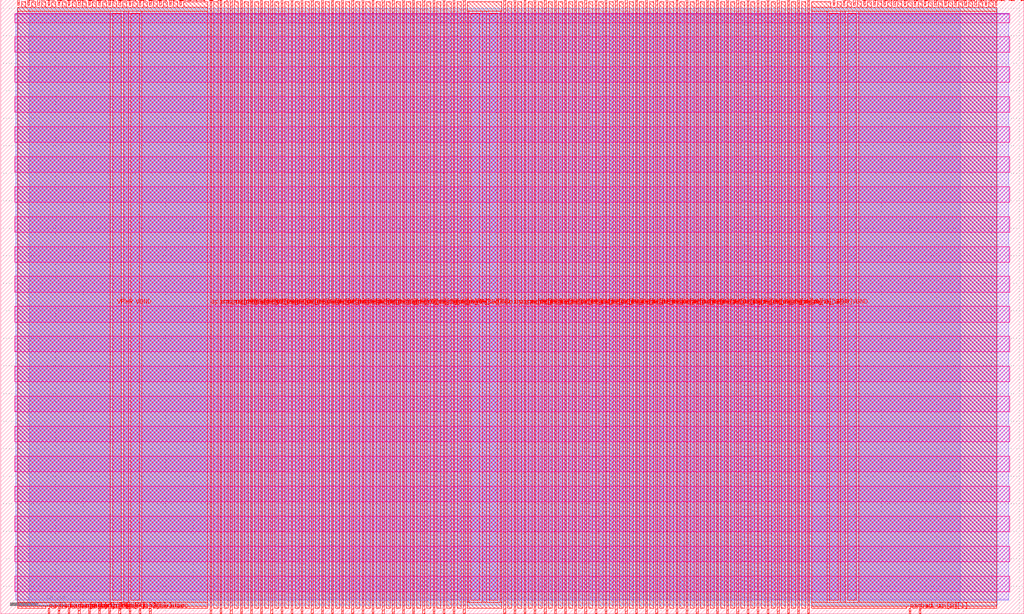
<source format=lef>
VERSION 5.7 ;
  NOWIREEXTENSIONATPIN ON ;
  DIVIDERCHAR "/" ;
  BUSBITCHARS "[]" ;
MACRO tt_ctrl
  CLASS BLOCK ;
  FOREIGN tt_ctrl ;
  ORIGIN 0.000 0.000 ;
  SIZE 185.840 BY 111.520 ;
  PIN VGND
    DIRECTION INOUT ;
    USE GROUND ;
    PORT
      LAYER met4 ;
        RECT 23.610 2.480 25.210 109.040 ;
    END
    PORT
      LAYER met4 ;
        RECT 88.710 2.480 90.310 109.040 ;
    END
    PORT
      LAYER met4 ;
        RECT 153.810 2.480 155.410 109.040 ;
    END
  END VGND
  PIN VPWR
    DIRECTION INOUT ;
    USE POWER ;
    PORT
      LAYER met4 ;
        RECT 20.310 2.480 21.910 109.040 ;
    END
    PORT
      LAYER met4 ;
        RECT 85.410 2.480 87.010 109.040 ;
    END
    PORT
      LAYER met4 ;
        RECT 150.510 2.480 152.110 109.040 ;
    END
  END VPWR
  PIN ctrl_ena
    DIRECTION INPUT ;
    USE SIGNAL ;
    ANTENNAGATEAREA 0.742500 ;
    PORT
      LAYER met4 ;
        RECT 26.990 0.000 27.290 1.000 ;
    END
  END ctrl_ena
  PIN ctrl_sel_inc
    DIRECTION INPUT ;
    USE SIGNAL ;
    ANTENNAGATEAREA 0.159000 ;
    PORT
      LAYER met4 ;
        RECT 25.150 0.000 25.450 1.000 ;
    END
  END ctrl_sel_inc
  PIN ctrl_sel_rst_n
    DIRECTION INPUT ;
    USE SIGNAL ;
    ANTENNAGATEAREA 0.159000 ;
    PORT
      LAYER met4 ;
        RECT 23.310 0.000 23.610 1.000 ;
    END
  END ctrl_sel_rst_n
  PIN k_one
    DIRECTION OUTPUT TRISTATE ;
    USE SIGNAL ;
    PORT
      LAYER met4 ;
        RECT 19.630 0.000 19.930 1.000 ;
    END
  END k_one
  PIN k_zero
    DIRECTION OUTPUT TRISTATE ;
    USE SIGNAL ;
    PORT
      LAYER met4 ;
        RECT 21.470 0.000 21.770 1.000 ;
    END
  END k_zero
  PIN pad_ui_in[0]
    DIRECTION INPUT ;
    USE SIGNAL ;
    ANTENNAGATEAREA 0.742500 ;
    PORT
      LAYER met4 ;
        RECT 164.990 0.000 165.290 1.000 ;
    END
  END pad_ui_in[0]
  PIN pad_ui_in[1]
    DIRECTION INPUT ;
    USE SIGNAL ;
    ANTENNAGATEAREA 0.742500 ;
    PORT
      LAYER met4 ;
        RECT 166.830 0.000 167.130 1.000 ;
    END
  END pad_ui_in[1]
  PIN pad_ui_in[2]
    DIRECTION INPUT ;
    USE SIGNAL ;
    ANTENNAGATEAREA 0.742500 ;
    PORT
      LAYER met4 ;
        RECT 180.630 110.520 180.930 111.520 ;
    END
  END pad_ui_in[2]
  PIN pad_ui_in[3]
    DIRECTION INPUT ;
    USE SIGNAL ;
    ANTENNAGATEAREA 0.742500 ;
    PORT
      LAYER met4 ;
        RECT 178.790 110.520 179.090 111.520 ;
    END
  END pad_ui_in[3]
  PIN pad_ui_in[4]
    DIRECTION INPUT ;
    USE SIGNAL ;
    ANTENNAGATEAREA 0.742500 ;
    PORT
      LAYER met4 ;
        RECT 176.950 110.520 177.250 111.520 ;
    END
  END pad_ui_in[4]
  PIN pad_ui_in[5]
    DIRECTION INPUT ;
    USE SIGNAL ;
    ANTENNAGATEAREA 0.742500 ;
    PORT
      LAYER met4 ;
        RECT 175.110 110.520 175.410 111.520 ;
    END
  END pad_ui_in[5]
  PIN pad_ui_in[6]
    DIRECTION INPUT ;
    USE SIGNAL ;
    ANTENNAGATEAREA 0.742500 ;
    PORT
      LAYER met4 ;
        RECT 173.270 110.520 173.570 111.520 ;
    END
  END pad_ui_in[6]
  PIN pad_ui_in[7]
    DIRECTION INPUT ;
    USE SIGNAL ;
    ANTENNAGATEAREA 0.742500 ;
    PORT
      LAYER met4 ;
        RECT 171.430 110.520 171.730 111.520 ;
    END
  END pad_ui_in[7]
  PIN pad_ui_in[8]
    DIRECTION INPUT ;
    USE SIGNAL ;
    ANTENNAGATEAREA 0.742500 ;
    PORT
      LAYER met4 ;
        RECT 169.590 110.520 169.890 111.520 ;
    END
  END pad_ui_in[8]
  PIN pad_ui_in[9]
    DIRECTION INPUT ;
    USE SIGNAL ;
    ANTENNAGATEAREA 0.742500 ;
    PORT
      LAYER met4 ;
        RECT 167.750 110.520 168.050 111.520 ;
    END
  END pad_ui_in[9]
  PIN pad_uio_in[0]
    DIRECTION INPUT ;
    USE SIGNAL ;
    ANTENNAGATEAREA 0.742500 ;
    PORT
      LAYER met4 ;
        RECT 30.670 110.520 30.970 111.520 ;
    END
  END pad_uio_in[0]
  PIN pad_uio_in[1]
    DIRECTION INPUT ;
    USE SIGNAL ;
    ANTENNAGATEAREA 0.742500 ;
    PORT
      LAYER met4 ;
        RECT 25.150 110.520 25.450 111.520 ;
    END
  END pad_uio_in[1]
  PIN pad_uio_in[2]
    DIRECTION INPUT ;
    USE SIGNAL ;
    ANTENNAGATEAREA 0.742500 ;
    PORT
      LAYER met4 ;
        RECT 19.630 110.520 19.930 111.520 ;
    END
  END pad_uio_in[2]
  PIN pad_uio_in[3]
    DIRECTION INPUT ;
    USE SIGNAL ;
    ANTENNAGATEAREA 0.742500 ;
    PORT
      LAYER met4 ;
        RECT 14.110 110.520 14.410 111.520 ;
    END
  END pad_uio_in[3]
  PIN pad_uio_in[4]
    DIRECTION INPUT ;
    USE SIGNAL ;
    ANTENNAGATEAREA 0.742500 ;
    PORT
      LAYER met4 ;
        RECT 8.590 110.520 8.890 111.520 ;
    END
  END pad_uio_in[4]
  PIN pad_uio_in[5]
    DIRECTION INPUT ;
    USE SIGNAL ;
    ANTENNAGATEAREA 0.742500 ;
    PORT
      LAYER met4 ;
        RECT 3.070 110.520 3.370 111.520 ;
    END
  END pad_uio_in[5]
  PIN pad_uio_in[6]
    DIRECTION INPUT ;
    USE SIGNAL ;
    ANTENNAGATEAREA 0.742500 ;
    PORT
      LAYER met4 ;
        RECT 8.590 0.000 8.890 1.000 ;
    END
  END pad_uio_in[6]
  PIN pad_uio_in[7]
    DIRECTION INPUT ;
    USE SIGNAL ;
    ANTENNAGATEAREA 0.742500 ;
    PORT
      LAYER met4 ;
        RECT 14.110 0.000 14.410 1.000 ;
    END
  END pad_uio_in[7]
  PIN pad_uio_oe_n[0]
    DIRECTION OUTPUT TRISTATE ;
    USE SIGNAL ;
    ANTENNADIFFAREA 1.782000 ;
    PORT
      LAYER met4 ;
        RECT 151.190 110.520 151.490 111.520 ;
    END
  END pad_uio_oe_n[0]
  PIN pad_uio_oe_n[1]
    DIRECTION OUTPUT TRISTATE ;
    USE SIGNAL ;
    ANTENNADIFFAREA 1.782000 ;
    PORT
      LAYER met4 ;
        RECT 28.830 110.520 29.130 111.520 ;
    END
  END pad_uio_oe_n[1]
  PIN pad_uio_oe_n[2]
    DIRECTION OUTPUT TRISTATE ;
    USE SIGNAL ;
    ANTENNADIFFAREA 1.782000 ;
    PORT
      LAYER met4 ;
        RECT 23.310 110.520 23.610 111.520 ;
    END
  END pad_uio_oe_n[2]
  PIN pad_uio_oe_n[3]
    DIRECTION OUTPUT TRISTATE ;
    USE SIGNAL ;
    ANTENNADIFFAREA 1.782000 ;
    PORT
      LAYER met4 ;
        RECT 17.790 110.520 18.090 111.520 ;
    END
  END pad_uio_oe_n[3]
  PIN pad_uio_oe_n[4]
    DIRECTION OUTPUT TRISTATE ;
    USE SIGNAL ;
    ANTENNADIFFAREA 1.782000 ;
    PORT
      LAYER met4 ;
        RECT 12.270 110.520 12.570 111.520 ;
    END
  END pad_uio_oe_n[4]
  PIN pad_uio_oe_n[5]
    DIRECTION OUTPUT TRISTATE ;
    USE SIGNAL ;
    ANTENNADIFFAREA 1.782000 ;
    PORT
      LAYER met4 ;
        RECT 6.750 110.520 7.050 111.520 ;
    END
  END pad_uio_oe_n[5]
  PIN pad_uio_oe_n[6]
    DIRECTION OUTPUT TRISTATE ;
    USE SIGNAL ;
    ANTENNADIFFAREA 1.782000 ;
    PORT
      LAYER met4 ;
        RECT 12.270 0.000 12.570 1.000 ;
    END
  END pad_uio_oe_n[6]
  PIN pad_uio_oe_n[7]
    DIRECTION OUTPUT TRISTATE ;
    USE SIGNAL ;
    ANTENNADIFFAREA 1.782000 ;
    PORT
      LAYER met4 ;
        RECT 17.790 0.000 18.090 1.000 ;
    END
  END pad_uio_oe_n[7]
  PIN pad_uio_out[0]
    DIRECTION OUTPUT TRISTATE ;
    USE SIGNAL ;
    ANTENNADIFFAREA 1.782000 ;
    PORT
      LAYER met4 ;
        RECT 32.510 110.520 32.810 111.520 ;
    END
  END pad_uio_out[0]
  PIN pad_uio_out[1]
    DIRECTION OUTPUT TRISTATE ;
    USE SIGNAL ;
    ANTENNADIFFAREA 1.782000 ;
    PORT
      LAYER met4 ;
        RECT 26.990 110.520 27.290 111.520 ;
    END
  END pad_uio_out[1]
  PIN pad_uio_out[2]
    DIRECTION OUTPUT TRISTATE ;
    USE SIGNAL ;
    ANTENNADIFFAREA 1.782000 ;
    PORT
      LAYER met4 ;
        RECT 21.470 110.520 21.770 111.520 ;
    END
  END pad_uio_out[2]
  PIN pad_uio_out[3]
    DIRECTION OUTPUT TRISTATE ;
    USE SIGNAL ;
    ANTENNADIFFAREA 1.782000 ;
    PORT
      LAYER met4 ;
        RECT 15.950 110.520 16.250 111.520 ;
    END
  END pad_uio_out[3]
  PIN pad_uio_out[4]
    DIRECTION OUTPUT TRISTATE ;
    USE SIGNAL ;
    ANTENNADIFFAREA 1.782000 ;
    PORT
      LAYER met4 ;
        RECT 10.430 110.520 10.730 111.520 ;
    END
  END pad_uio_out[4]
  PIN pad_uio_out[5]
    DIRECTION OUTPUT TRISTATE ;
    USE SIGNAL ;
    ANTENNADIFFAREA 1.782000 ;
    PORT
      LAYER met4 ;
        RECT 4.910 110.520 5.210 111.520 ;
    END
  END pad_uio_out[5]
  PIN pad_uio_out[6]
    DIRECTION OUTPUT TRISTATE ;
    USE SIGNAL ;
    ANTENNADIFFAREA 1.782000 ;
    PORT
      LAYER met4 ;
        RECT 10.430 0.000 10.730 1.000 ;
    END
  END pad_uio_out[6]
  PIN pad_uio_out[7]
    DIRECTION OUTPUT TRISTATE ;
    USE SIGNAL ;
    ANTENNADIFFAREA 1.782000 ;
    PORT
      LAYER met4 ;
        RECT 15.950 0.000 16.250 1.000 ;
    END
  END pad_uio_out[7]
  PIN pad_uo_out[0]
    DIRECTION OUTPUT TRISTATE ;
    USE SIGNAL ;
    ANTENNADIFFAREA 1.782000 ;
    PORT
      LAYER met4 ;
        RECT 165.910 110.520 166.210 111.520 ;
    END
  END pad_uo_out[0]
  PIN pad_uo_out[1]
    DIRECTION OUTPUT TRISTATE ;
    USE SIGNAL ;
    ANTENNADIFFAREA 1.782000 ;
    PORT
      LAYER met4 ;
        RECT 164.070 110.520 164.370 111.520 ;
    END
  END pad_uo_out[1]
  PIN pad_uo_out[2]
    DIRECTION OUTPUT TRISTATE ;
    USE SIGNAL ;
    ANTENNADIFFAREA 1.782000 ;
    PORT
      LAYER met4 ;
        RECT 162.230 110.520 162.530 111.520 ;
    END
  END pad_uo_out[2]
  PIN pad_uo_out[3]
    DIRECTION OUTPUT TRISTATE ;
    USE SIGNAL ;
    ANTENNADIFFAREA 1.782000 ;
    PORT
      LAYER met4 ;
        RECT 160.390 110.520 160.690 111.520 ;
    END
  END pad_uo_out[3]
  PIN pad_uo_out[4]
    DIRECTION OUTPUT TRISTATE ;
    USE SIGNAL ;
    ANTENNADIFFAREA 1.782000 ;
    PORT
      LAYER met4 ;
        RECT 158.550 110.520 158.850 111.520 ;
    END
  END pad_uo_out[4]
  PIN pad_uo_out[5]
    DIRECTION OUTPUT TRISTATE ;
    USE SIGNAL ;
    ANTENNADIFFAREA 1.782000 ;
    PORT
      LAYER met4 ;
        RECT 156.710 110.520 157.010 111.520 ;
    END
  END pad_uo_out[5]
  PIN pad_uo_out[6]
    DIRECTION OUTPUT TRISTATE ;
    USE SIGNAL ;
    ANTENNADIFFAREA 1.782000 ;
    PORT
      LAYER met4 ;
        RECT 154.870 110.520 155.170 111.520 ;
    END
  END pad_uo_out[6]
  PIN pad_uo_out[7]
    DIRECTION OUTPUT TRISTATE ;
    USE SIGNAL ;
    ANTENNADIFFAREA 1.782000 ;
    PORT
      LAYER met4 ;
        RECT 153.030 110.520 153.330 111.520 ;
    END
  END pad_uo_out[7]
  PIN spine_iw[0]
    DIRECTION OUTPUT TRISTATE ;
    USE SIGNAL ;
    PORT
      LAYER met4 ;
        RECT 146.590 0.000 146.890 111.520 ;
    END
  END spine_iw[0]
  PIN spine_iw[10]
    DIRECTION OUTPUT TRISTATE ;
    USE SIGNAL ;
    ANTENNADIFFAREA 1.782000 ;
    PORT
      LAYER met4 ;
        RECT 128.190 0.000 128.490 111.520 ;
    END
  END spine_iw[10]
  PIN spine_iw[11]
    DIRECTION OUTPUT TRISTATE ;
    USE SIGNAL ;
    ANTENNADIFFAREA 1.782000 ;
    PORT
      LAYER met4 ;
        RECT 126.350 0.000 126.650 111.520 ;
    END
  END spine_iw[11]
  PIN spine_iw[12]
    DIRECTION OUTPUT TRISTATE ;
    USE SIGNAL ;
    ANTENNADIFFAREA 1.782000 ;
    PORT
      LAYER met4 ;
        RECT 124.510 0.000 124.810 111.520 ;
    END
  END spine_iw[12]
  PIN spine_iw[13]
    DIRECTION OUTPUT TRISTATE ;
    USE SIGNAL ;
    ANTENNADIFFAREA 1.782000 ;
    PORT
      LAYER met4 ;
        RECT 122.670 0.000 122.970 111.520 ;
    END
  END spine_iw[13]
  PIN spine_iw[14]
    DIRECTION OUTPUT TRISTATE ;
    USE SIGNAL ;
    ANTENNADIFFAREA 1.782000 ;
    PORT
      LAYER met4 ;
        RECT 120.830 0.000 121.130 111.520 ;
    END
  END spine_iw[14]
  PIN spine_iw[15]
    DIRECTION OUTPUT TRISTATE ;
    USE SIGNAL ;
    ANTENNADIFFAREA 1.782000 ;
    PORT
      LAYER met4 ;
        RECT 118.990 0.000 119.290 111.520 ;
    END
  END spine_iw[15]
  PIN spine_iw[16]
    DIRECTION OUTPUT TRISTATE ;
    USE SIGNAL ;
    ANTENNADIFFAREA 1.782000 ;
    PORT
      LAYER met4 ;
        RECT 117.150 0.000 117.450 111.520 ;
    END
  END spine_iw[16]
  PIN spine_iw[17]
    DIRECTION OUTPUT TRISTATE ;
    USE SIGNAL ;
    ANTENNADIFFAREA 1.782000 ;
    PORT
      LAYER met4 ;
        RECT 115.310 0.000 115.610 111.520 ;
    END
  END spine_iw[17]
  PIN spine_iw[18]
    DIRECTION OUTPUT TRISTATE ;
    USE SIGNAL ;
    ANTENNADIFFAREA 1.782000 ;
    PORT
      LAYER met4 ;
        RECT 113.470 0.000 113.770 111.520 ;
    END
  END spine_iw[18]
  PIN spine_iw[19]
    DIRECTION OUTPUT TRISTATE ;
    USE SIGNAL ;
    ANTENNADIFFAREA 1.782000 ;
    PORT
      LAYER met4 ;
        RECT 111.630 0.000 111.930 111.520 ;
    END
  END spine_iw[19]
  PIN spine_iw[1]
    DIRECTION OUTPUT TRISTATE ;
    USE SIGNAL ;
    ANTENNADIFFAREA 1.782000 ;
    PORT
      LAYER met4 ;
        RECT 144.750 0.000 145.050 111.520 ;
    END
  END spine_iw[1]
  PIN spine_iw[20]
    DIRECTION OUTPUT TRISTATE ;
    USE SIGNAL ;
    ANTENNADIFFAREA 1.782000 ;
    PORT
      LAYER met4 ;
        RECT 109.790 0.000 110.090 111.520 ;
    END
  END spine_iw[20]
  PIN spine_iw[21]
    DIRECTION OUTPUT TRISTATE ;
    USE SIGNAL ;
    ANTENNADIFFAREA 1.782000 ;
    PORT
      LAYER met4 ;
        RECT 107.950 0.000 108.250 111.520 ;
    END
  END spine_iw[21]
  PIN spine_iw[22]
    DIRECTION OUTPUT TRISTATE ;
    USE SIGNAL ;
    ANTENNADIFFAREA 1.782000 ;
    PORT
      LAYER met4 ;
        RECT 106.110 0.000 106.410 111.520 ;
    END
  END spine_iw[22]
  PIN spine_iw[23]
    DIRECTION OUTPUT TRISTATE ;
    USE SIGNAL ;
    ANTENNADIFFAREA 1.782000 ;
    PORT
      LAYER met4 ;
        RECT 104.270 0.000 104.570 111.520 ;
    END
  END spine_iw[23]
  PIN spine_iw[24]
    DIRECTION OUTPUT TRISTATE ;
    USE SIGNAL ;
    ANTENNADIFFAREA 1.782000 ;
    PORT
      LAYER met4 ;
        RECT 102.430 0.000 102.730 111.520 ;
    END
  END spine_iw[24]
  PIN spine_iw[25]
    DIRECTION OUTPUT TRISTATE ;
    USE SIGNAL ;
    ANTENNADIFFAREA 1.782000 ;
    PORT
      LAYER met4 ;
        RECT 100.590 0.000 100.890 111.520 ;
    END
  END spine_iw[25]
  PIN spine_iw[26]
    DIRECTION OUTPUT TRISTATE ;
    USE SIGNAL ;
    ANTENNADIFFAREA 1.782000 ;
    PORT
      LAYER met4 ;
        RECT 98.750 0.000 99.050 111.520 ;
    END
  END spine_iw[26]
  PIN spine_iw[27]
    DIRECTION OUTPUT TRISTATE ;
    USE SIGNAL ;
    ANTENNADIFFAREA 1.782000 ;
    PORT
      LAYER met4 ;
        RECT 96.910 0.000 97.210 111.520 ;
    END
  END spine_iw[27]
  PIN spine_iw[28]
    DIRECTION OUTPUT TRISTATE ;
    USE SIGNAL ;
    ANTENNADIFFAREA 1.782000 ;
    PORT
      LAYER met4 ;
        RECT 95.070 0.000 95.370 111.520 ;
    END
  END spine_iw[28]
  PIN spine_iw[29]
    DIRECTION OUTPUT TRISTATE ;
    USE SIGNAL ;
    ANTENNADIFFAREA 1.782000 ;
    PORT
      LAYER met4 ;
        RECT 93.230 0.000 93.530 111.520 ;
    END
  END spine_iw[29]
  PIN spine_iw[2]
    DIRECTION OUTPUT TRISTATE ;
    USE SIGNAL ;
    ANTENNADIFFAREA 1.782000 ;
    PORT
      LAYER met4 ;
        RECT 142.910 0.000 143.210 111.520 ;
    END
  END spine_iw[2]
  PIN spine_iw[30]
    DIRECTION OUTPUT TRISTATE ;
    USE SIGNAL ;
    PORT
      LAYER met4 ;
        RECT 91.390 0.000 91.690 111.520 ;
    END
  END spine_iw[30]
  PIN spine_iw[3]
    DIRECTION OUTPUT TRISTATE ;
    USE SIGNAL ;
    ANTENNADIFFAREA 1.782000 ;
    PORT
      LAYER met4 ;
        RECT 141.070 0.000 141.370 111.520 ;
    END
  END spine_iw[3]
  PIN spine_iw[4]
    DIRECTION OUTPUT TRISTATE ;
    USE SIGNAL ;
    ANTENNADIFFAREA 1.782000 ;
    PORT
      LAYER met4 ;
        RECT 139.230 0.000 139.530 111.520 ;
    END
  END spine_iw[4]
  PIN spine_iw[5]
    DIRECTION OUTPUT TRISTATE ;
    USE SIGNAL ;
    ANTENNADIFFAREA 1.782000 ;
    PORT
      LAYER met4 ;
        RECT 137.390 0.000 137.690 111.520 ;
    END
  END spine_iw[5]
  PIN spine_iw[6]
    DIRECTION OUTPUT TRISTATE ;
    USE SIGNAL ;
    ANTENNADIFFAREA 1.782000 ;
    PORT
      LAYER met4 ;
        RECT 135.550 0.000 135.850 111.520 ;
    END
  END spine_iw[6]
  PIN spine_iw[7]
    DIRECTION OUTPUT TRISTATE ;
    USE SIGNAL ;
    ANTENNADIFFAREA 1.782000 ;
    PORT
      LAYER met4 ;
        RECT 133.710 0.000 134.010 111.520 ;
    END
  END spine_iw[7]
  PIN spine_iw[8]
    DIRECTION OUTPUT TRISTATE ;
    USE SIGNAL ;
    ANTENNADIFFAREA 1.782000 ;
    PORT
      LAYER met4 ;
        RECT 131.870 0.000 132.170 111.520 ;
    END
  END spine_iw[8]
  PIN spine_iw[9]
    DIRECTION OUTPUT TRISTATE ;
    USE SIGNAL ;
    ANTENNADIFFAREA 1.782000 ;
    PORT
      LAYER met4 ;
        RECT 130.030 0.000 130.330 111.520 ;
    END
  END spine_iw[9]
  PIN spine_ow[0]
    DIRECTION INPUT ;
    USE SIGNAL ;
    PORT
      LAYER met4 ;
        RECT 84.030 0.000 84.330 111.520 ;
    END
  END spine_ow[0]
  PIN spine_ow[10]
    DIRECTION INPUT ;
    USE SIGNAL ;
    ANTENNAGATEAREA 0.742500 ;
    PORT
      LAYER met4 ;
        RECT 65.630 0.000 65.930 111.520 ;
    END
  END spine_ow[10]
  PIN spine_ow[11]
    DIRECTION INPUT ;
    USE SIGNAL ;
    ANTENNAGATEAREA 0.742500 ;
    PORT
      LAYER met4 ;
        RECT 63.790 0.000 64.090 111.520 ;
    END
  END spine_ow[11]
  PIN spine_ow[12]
    DIRECTION INPUT ;
    USE SIGNAL ;
    ANTENNAGATEAREA 0.742500 ;
    PORT
      LAYER met4 ;
        RECT 61.950 0.000 62.250 111.520 ;
    END
  END spine_ow[12]
  PIN spine_ow[13]
    DIRECTION INPUT ;
    USE SIGNAL ;
    ANTENNAGATEAREA 0.742500 ;
    PORT
      LAYER met4 ;
        RECT 60.110 0.000 60.410 111.520 ;
    END
  END spine_ow[13]
  PIN spine_ow[14]
    DIRECTION INPUT ;
    USE SIGNAL ;
    ANTENNAGATEAREA 0.742500 ;
    PORT
      LAYER met4 ;
        RECT 58.270 0.000 58.570 111.520 ;
    END
  END spine_ow[14]
  PIN spine_ow[15]
    DIRECTION INPUT ;
    USE SIGNAL ;
    ANTENNAGATEAREA 0.742500 ;
    PORT
      LAYER met4 ;
        RECT 56.430 0.000 56.730 111.520 ;
    END
  END spine_ow[15]
  PIN spine_ow[16]
    DIRECTION INPUT ;
    USE SIGNAL ;
    ANTENNAGATEAREA 0.742500 ;
    PORT
      LAYER met4 ;
        RECT 54.590 0.000 54.890 111.520 ;
    END
  END spine_ow[16]
  PIN spine_ow[17]
    DIRECTION INPUT ;
    USE SIGNAL ;
    ANTENNAGATEAREA 1.980000 ;
    PORT
      LAYER met4 ;
        RECT 52.750 0.000 53.050 111.520 ;
    END
  END spine_ow[17]
  PIN spine_ow[18]
    DIRECTION INPUT ;
    USE SIGNAL ;
    ANTENNAGATEAREA 1.980000 ;
    PORT
      LAYER met4 ;
        RECT 50.910 0.000 51.210 111.520 ;
    END
  END spine_ow[18]
  PIN spine_ow[19]
    DIRECTION INPUT ;
    USE SIGNAL ;
    ANTENNAGATEAREA 1.980000 ;
    PORT
      LAYER met4 ;
        RECT 49.070 0.000 49.370 111.520 ;
    END
  END spine_ow[19]
  PIN spine_ow[1]
    DIRECTION INPUT ;
    USE SIGNAL ;
    ANTENNAGATEAREA 0.742500 ;
    PORT
      LAYER met4 ;
        RECT 82.190 0.000 82.490 111.520 ;
    END
  END spine_ow[1]
  PIN spine_ow[20]
    DIRECTION INPUT ;
    USE SIGNAL ;
    ANTENNAGATEAREA 1.980000 ;
    PORT
      LAYER met4 ;
        RECT 47.230 0.000 47.530 111.520 ;
    END
  END spine_ow[20]
  PIN spine_ow[21]
    DIRECTION INPUT ;
    USE SIGNAL ;
    ANTENNAGATEAREA 1.980000 ;
    PORT
      LAYER met4 ;
        RECT 45.390 0.000 45.690 111.520 ;
    END
  END spine_ow[21]
  PIN spine_ow[22]
    DIRECTION INPUT ;
    USE SIGNAL ;
    ANTENNAGATEAREA 1.980000 ;
    PORT
      LAYER met4 ;
        RECT 43.550 0.000 43.850 111.520 ;
    END
  END spine_ow[22]
  PIN spine_ow[23]
    DIRECTION INPUT ;
    USE SIGNAL ;
    ANTENNAGATEAREA 1.980000 ;
    PORT
      LAYER met4 ;
        RECT 41.710 0.000 42.010 111.520 ;
    END
  END spine_ow[23]
  PIN spine_ow[24]
    DIRECTION INPUT ;
    USE SIGNAL ;
    ANTENNAGATEAREA 1.980000 ;
    PORT
      LAYER met4 ;
        RECT 39.870 0.000 40.170 111.520 ;
    END
  END spine_ow[24]
  PIN spine_ow[25]
    DIRECTION INPUT ;
    USE SIGNAL ;
    PORT
      LAYER met4 ;
        RECT 38.030 0.000 38.330 111.520 ;
    END
  END spine_ow[25]
  PIN spine_ow[2]
    DIRECTION INPUT ;
    USE SIGNAL ;
    ANTENNAGATEAREA 0.742500 ;
    PORT
      LAYER met4 ;
        RECT 80.350 0.000 80.650 111.520 ;
    END
  END spine_ow[2]
  PIN spine_ow[3]
    DIRECTION INPUT ;
    USE SIGNAL ;
    ANTENNAGATEAREA 0.742500 ;
    PORT
      LAYER met4 ;
        RECT 78.510 0.000 78.810 111.520 ;
    END
  END spine_ow[3]
  PIN spine_ow[4]
    DIRECTION INPUT ;
    USE SIGNAL ;
    ANTENNAGATEAREA 0.742500 ;
    PORT
      LAYER met4 ;
        RECT 76.670 0.000 76.970 111.520 ;
    END
  END spine_ow[4]
  PIN spine_ow[5]
    DIRECTION INPUT ;
    USE SIGNAL ;
    ANTENNAGATEAREA 0.742500 ;
    PORT
      LAYER met4 ;
        RECT 74.830 0.000 75.130 111.520 ;
    END
  END spine_ow[5]
  PIN spine_ow[6]
    DIRECTION INPUT ;
    USE SIGNAL ;
    ANTENNAGATEAREA 0.742500 ;
    PORT
      LAYER met4 ;
        RECT 72.990 0.000 73.290 111.520 ;
    END
  END spine_ow[6]
  PIN spine_ow[7]
    DIRECTION INPUT ;
    USE SIGNAL ;
    ANTENNAGATEAREA 0.742500 ;
    PORT
      LAYER met4 ;
        RECT 71.150 0.000 71.450 111.520 ;
    END
  END spine_ow[7]
  PIN spine_ow[8]
    DIRECTION INPUT ;
    USE SIGNAL ;
    ANTENNAGATEAREA 0.742500 ;
    PORT
      LAYER met4 ;
        RECT 69.310 0.000 69.610 111.520 ;
    END
  END spine_ow[8]
  PIN spine_ow[9]
    DIRECTION INPUT ;
    USE SIGNAL ;
    ANTENNAGATEAREA 0.742500 ;
    PORT
      LAYER met4 ;
        RECT 67.470 0.000 67.770 111.520 ;
    END
  END spine_ow[9]
  OBS
      LAYER nwell ;
        RECT 2.570 107.385 183.270 108.990 ;
        RECT 2.570 101.945 183.270 104.775 ;
        RECT 2.570 96.505 183.270 99.335 ;
        RECT 2.570 91.065 183.270 93.895 ;
        RECT 2.570 85.625 183.270 88.455 ;
        RECT 2.570 80.185 183.270 83.015 ;
        RECT 2.570 74.745 183.270 77.575 ;
        RECT 2.570 69.305 183.270 72.135 ;
        RECT 2.570 63.865 183.270 66.695 ;
        RECT 2.570 58.425 183.270 61.255 ;
        RECT 2.570 52.985 183.270 55.815 ;
        RECT 2.570 47.545 183.270 50.375 ;
        RECT 2.570 42.105 183.270 44.935 ;
        RECT 2.570 36.665 183.270 39.495 ;
        RECT 2.570 31.225 183.270 34.055 ;
        RECT 2.570 25.785 183.270 28.615 ;
        RECT 2.570 20.345 183.270 23.175 ;
        RECT 2.570 14.905 183.270 17.735 ;
        RECT 2.570 9.465 183.270 12.295 ;
        RECT 2.570 4.025 183.270 6.855 ;
      LAYER li1 ;
        RECT 2.760 2.635 183.080 108.885 ;
      LAYER met1 ;
        RECT 2.760 2.480 183.080 109.040 ;
      LAYER met2 ;
        RECT 5.150 1.515 174.250 110.005 ;
      LAYER met3 ;
        RECT 3.030 1.535 180.970 109.985 ;
      LAYER met4 ;
        RECT 3.770 110.120 4.510 111.170 ;
        RECT 5.610 110.120 6.350 111.170 ;
        RECT 7.450 110.120 8.190 111.170 ;
        RECT 9.290 110.120 10.030 111.170 ;
        RECT 11.130 110.120 11.870 111.170 ;
        RECT 12.970 110.120 13.710 111.170 ;
        RECT 14.810 110.120 15.550 111.170 ;
        RECT 16.650 110.120 17.390 111.170 ;
        RECT 18.490 110.120 19.230 111.170 ;
        RECT 20.330 110.120 21.070 111.170 ;
        RECT 22.170 110.120 22.910 111.170 ;
        RECT 24.010 110.120 24.750 111.170 ;
        RECT 25.850 110.120 26.590 111.170 ;
        RECT 27.690 110.120 28.430 111.170 ;
        RECT 29.530 110.120 30.270 111.170 ;
        RECT 31.370 110.120 32.110 111.170 ;
        RECT 33.210 110.120 37.630 111.170 ;
        RECT 3.055 109.440 37.630 110.120 ;
        RECT 3.055 2.080 19.910 109.440 ;
        RECT 22.310 2.080 23.210 109.440 ;
        RECT 25.610 2.080 37.630 109.440 ;
        RECT 3.055 1.400 37.630 2.080 ;
        RECT 3.055 1.000 8.190 1.400 ;
        RECT 9.290 1.000 10.030 1.400 ;
        RECT 11.130 1.000 11.870 1.400 ;
        RECT 12.970 1.000 13.710 1.400 ;
        RECT 14.810 1.000 15.550 1.400 ;
        RECT 16.650 1.000 17.390 1.400 ;
        RECT 18.490 1.000 19.230 1.400 ;
        RECT 20.330 1.000 21.070 1.400 ;
        RECT 22.170 1.000 22.910 1.400 ;
        RECT 24.010 1.000 24.750 1.400 ;
        RECT 25.850 1.000 26.590 1.400 ;
        RECT 27.690 1.000 37.630 1.400 ;
        RECT 38.730 1.000 39.470 111.170 ;
        RECT 40.570 1.000 41.310 111.170 ;
        RECT 42.410 1.000 43.150 111.170 ;
        RECT 44.250 1.000 44.990 111.170 ;
        RECT 46.090 1.000 46.830 111.170 ;
        RECT 47.930 1.000 48.670 111.170 ;
        RECT 49.770 1.000 50.510 111.170 ;
        RECT 51.610 1.000 52.350 111.170 ;
        RECT 53.450 1.000 54.190 111.170 ;
        RECT 55.290 1.000 56.030 111.170 ;
        RECT 57.130 1.000 57.870 111.170 ;
        RECT 58.970 1.000 59.710 111.170 ;
        RECT 60.810 1.000 61.550 111.170 ;
        RECT 62.650 1.000 63.390 111.170 ;
        RECT 64.490 1.000 65.230 111.170 ;
        RECT 66.330 1.000 67.070 111.170 ;
        RECT 68.170 1.000 68.910 111.170 ;
        RECT 70.010 1.000 70.750 111.170 ;
        RECT 71.850 1.000 72.590 111.170 ;
        RECT 73.690 1.000 74.430 111.170 ;
        RECT 75.530 1.000 76.270 111.170 ;
        RECT 77.370 1.000 78.110 111.170 ;
        RECT 79.210 1.000 79.950 111.170 ;
        RECT 81.050 1.000 81.790 111.170 ;
        RECT 82.890 1.000 83.630 111.170 ;
        RECT 84.730 109.440 90.990 111.170 ;
        RECT 84.730 2.080 85.010 109.440 ;
        RECT 87.410 2.080 88.310 109.440 ;
        RECT 90.710 2.080 90.990 109.440 ;
        RECT 84.730 1.000 90.990 2.080 ;
        RECT 92.090 1.000 92.830 111.170 ;
        RECT 93.930 1.000 94.670 111.170 ;
        RECT 95.770 1.000 96.510 111.170 ;
        RECT 97.610 1.000 98.350 111.170 ;
        RECT 99.450 1.000 100.190 111.170 ;
        RECT 101.290 1.000 102.030 111.170 ;
        RECT 103.130 1.000 103.870 111.170 ;
        RECT 104.970 1.000 105.710 111.170 ;
        RECT 106.810 1.000 107.550 111.170 ;
        RECT 108.650 1.000 109.390 111.170 ;
        RECT 110.490 1.000 111.230 111.170 ;
        RECT 112.330 1.000 113.070 111.170 ;
        RECT 114.170 1.000 114.910 111.170 ;
        RECT 116.010 1.000 116.750 111.170 ;
        RECT 117.850 1.000 118.590 111.170 ;
        RECT 119.690 1.000 120.430 111.170 ;
        RECT 121.530 1.000 122.270 111.170 ;
        RECT 123.370 1.000 124.110 111.170 ;
        RECT 125.210 1.000 125.950 111.170 ;
        RECT 127.050 1.000 127.790 111.170 ;
        RECT 128.890 1.000 129.630 111.170 ;
        RECT 130.730 1.000 131.470 111.170 ;
        RECT 132.570 1.000 133.310 111.170 ;
        RECT 134.410 1.000 135.150 111.170 ;
        RECT 136.250 1.000 136.990 111.170 ;
        RECT 138.090 1.000 138.830 111.170 ;
        RECT 139.930 1.000 140.670 111.170 ;
        RECT 141.770 1.000 142.510 111.170 ;
        RECT 143.610 1.000 144.350 111.170 ;
        RECT 145.450 1.000 146.190 111.170 ;
        RECT 147.290 110.120 150.790 111.170 ;
        RECT 151.890 110.120 152.630 111.170 ;
        RECT 153.730 110.120 154.470 111.170 ;
        RECT 155.570 110.120 156.310 111.170 ;
        RECT 157.410 110.120 158.150 111.170 ;
        RECT 159.250 110.120 159.990 111.170 ;
        RECT 161.090 110.120 161.830 111.170 ;
        RECT 162.930 110.120 163.670 111.170 ;
        RECT 164.770 110.120 165.510 111.170 ;
        RECT 166.610 110.120 167.350 111.170 ;
        RECT 168.450 110.120 169.190 111.170 ;
        RECT 170.290 110.120 171.030 111.170 ;
        RECT 172.130 110.120 172.870 111.170 ;
        RECT 173.970 110.120 174.710 111.170 ;
        RECT 175.810 110.120 176.550 111.170 ;
        RECT 177.650 110.120 178.390 111.170 ;
        RECT 179.490 110.120 180.230 111.170 ;
        RECT 147.290 109.440 180.945 110.120 ;
        RECT 147.290 2.080 150.110 109.440 ;
        RECT 152.510 2.080 153.410 109.440 ;
        RECT 155.810 2.080 180.945 109.440 ;
        RECT 147.290 1.400 180.945 2.080 ;
        RECT 147.290 1.000 164.590 1.400 ;
        RECT 165.690 1.000 166.430 1.400 ;
        RECT 167.530 1.000 180.945 1.400 ;
  END
END tt_ctrl
END LIBRARY


</source>
